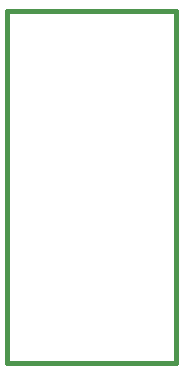
<source format=gbr>
G04 (created by PCBNEW-RS274X (2011-05-25)-stable) date Tue 01 Nov 2011 04:23:44 PM ART*
G01*
G70*
G90*
%MOIN*%
G04 Gerber Fmt 3.4, Leading zero omitted, Abs format*
%FSLAX34Y34*%
G04 APERTURE LIST*
%ADD10C,0.006000*%
%ADD11C,0.015000*%
G04 APERTURE END LIST*
G54D10*
G54D11*
X36466Y-14589D02*
X30808Y-14589D01*
X36466Y-26308D02*
X36466Y-14589D01*
X30807Y-26308D02*
X36466Y-26308D01*
X30807Y-14602D02*
X30807Y-26308D01*
M02*

</source>
